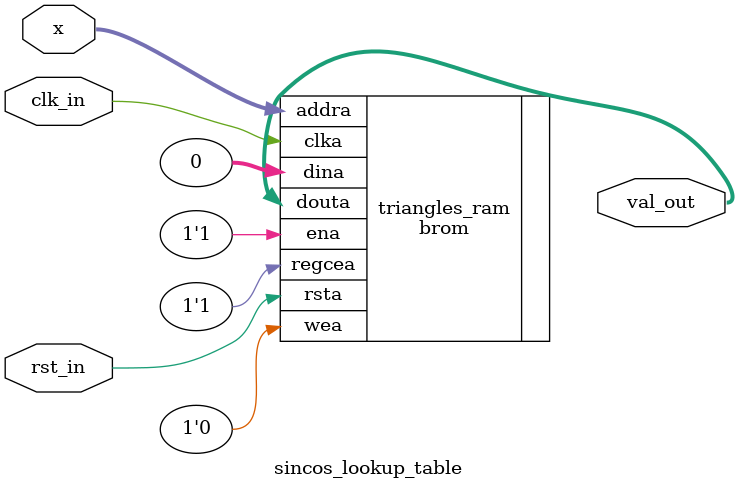
<source format=sv>
`default_nettype none

`ifdef SYNTHESIS
`define FPATH(X) `"X`"
`else  /* ! SYNTHESIS */
`define FPATH(X) `"../../data/X`"
`endif  /* ! SYNTHESIS */

module sincos_lookup_table #(
    parameter FILENAME = "../src/data/phi_cos_table.mem",
    parameter ENTRIES  = 1024
) (
    input wire clk_in,  //system clock
    input wire rst_in,  //system reset

    input wire [$clog2(ENTRIES)-1:0] x,
    output logic signed [15:0] val_out  // always a 16-bit number since [-1, 1]
);

  brom #(
      .RAM_WIDTH(16),
      .RAM_DEPTH(ENTRIES),
      .RAM_PERFORMANCE("HIGH_PERFORMANCE"),  // Select "HIGH_PERFORMANCE" or "LOW_LATENCY" 
      .INIT_FILE(
      FILENAME
      )  // Specify name/location of RAM initialization file if using one (leave blank if not)
  ) triangles_ram (
      .clka(clk_in),
      .rsta(rst_in),
      .wea(1'b0),
      .ena(1'b1),
      .regcea(1'b1),
      .addra(x),
      .douta(val_out),
      .dina(0)
  );

endmodule


`default_nettype wire


</source>
